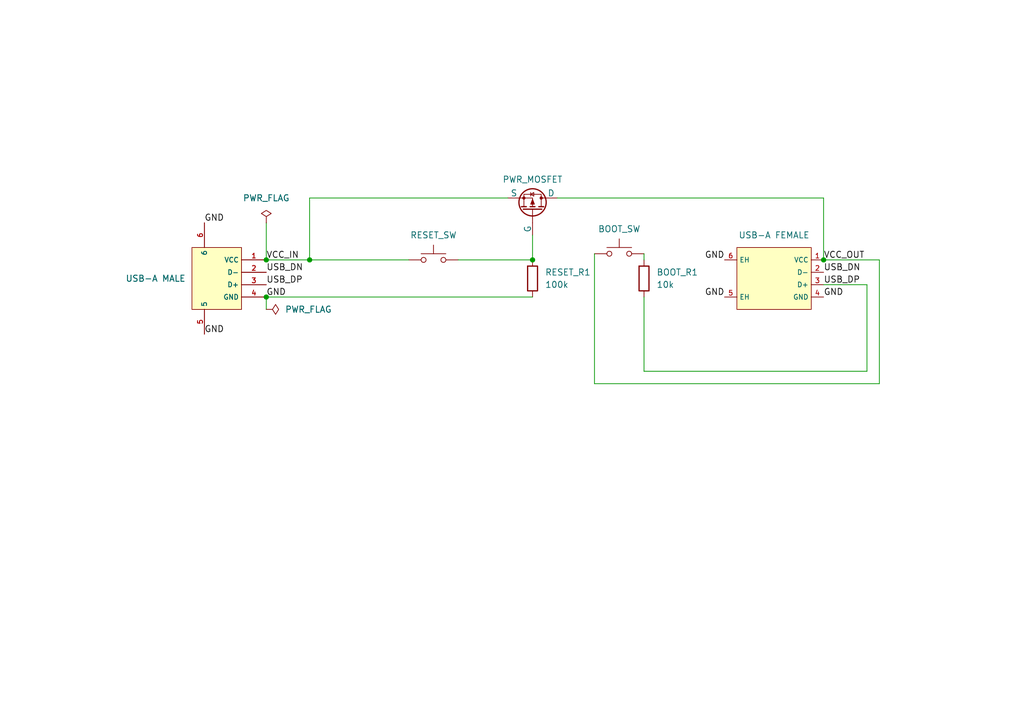
<source format=kicad_sch>
(kicad_sch (version 20250114) (generator "eeschema") (generator_version "9.0")
  (paper "A5")
  (title_block (title "CH55x Bootloader Adapter") (date "2026-01-18") (rev "1") (company "Amy Jeanes") (comment 2 "by pressing BOOT / RESET buttons on the adapter board") (comment 3 "to enter bootloader mode by shorting D+ to VCC with a 10k ohm resistor") (comment 4 "An adapter that can be plugged into CH55x microcontrollers to force them"))
  (lib_symbols
    (symbol "Device:R" (pin_numbers (hide yes)) (pin_names (offset 0))
      (property "Reference" "R" (at 2.032 0 90))
      (property "Value" "R" (at 0 0 90))
      (symbol "R_0_1"
        (rectangle (start -1.016 -2.54) (end 1.016 2.54) (stroke (width 0.254)))
      )
      (symbol "R_1_1"
        (pin passive line (at 0 3.81 270) (length 1.27) (name "~") (number "1"))
        (pin passive line (at 0 -3.81 90) (length 1.27) (name "~") (number "2"))
      )
    )
    (symbol "JLC2KiCad:U-A-24SS-W-2"
      (property "Reference" "USB" (at 0 1.27 0))
      (property "Value" "U-A-24SS-W-2" (at 0 -2.54 0))
      (symbol "U-A-24SS-W-2_0_1"
        (rectangle (start -7.62 5.08) (end 7.62 -7.62) (fill (type background)))
        (pin input line (at 10.16 2.54 180) (length 2.54) (name "VCC") (number "1"))
        (pin input line (at 10.16 0 180) (length 2.54) (name "D-") (number "2"))
        (pin input line (at 10.16 -2.54 180) (length 2.54) (name "D+") (number "3"))
        (pin input line (at 10.16 -5.08 180) (length 2.54) (name "GND") (number "4"))
      )
      (symbol "U-A-24SS-W-2_1_1"
        (pin passive line (at -10.16 2.54 0) (length 2.54) (name "EH") (number "6"))
        (pin passive line (at -10.16 -5.08 0) (length 2.54) (name "EH") (number "5"))
      )
    )
    (symbol "JLC2KiCad:U-G-04DD-W-01"
      (property "Reference" "U" (at 0 1.27 0))
      (property "Value" "U-G-04DD-W-01" (at 0 -2.54 0))
      (symbol "U-G-04DD-W-01_0_1"
        (rectangle (start -8.89 6.35) (end 1.27 -6.35) (fill (type background)))
      )
      (symbol "U-G-04DD-W-01_1_1"
        (pin passive line (at -6.35 11.43 270) (length 5.08) (name "6") (number "6"))
        (pin passive line (at -6.35 -11.43 90) (length 5.08) (name "5") (number "5"))
        (pin power_in line (at 6.35 3.81 180) (length 5.08) (name "VCC") (number "1"))
        (pin bidirectional line (at 6.35 1.27 180) (length 5.08) (name "D-") (number "2"))
        (pin bidirectional line (at 6.35 -1.27 180) (length 5.08) (name "D+") (number "3"))
        (pin passive line (at 6.35 -3.81 180) (length 5.08) (name "GND") (number "4"))
      )
    )
    (symbol "Switch:SW_Push" (pin_numbers (hide yes)) (pin_names (offset 1.016) (hide yes))
      (property "Reference" "SW" (at 1.27 2.54 0))
      (property "Value" "SW_Push" (at 0 -1.524 0))
      (symbol "SW_Push_0_1"
        (circle (center -2.032 0) (radius 0.508))
        (polyline (pts (xy 0 1.27) (xy 0 3.048)))
        (circle (center 2.032 0) (radius 0.508))
        (polyline (pts (xy 2.54 1.27) (xy -2.54 1.27)))
        (pin passive line (at -5.08 0 0) (length 2.54) (name "1") (number "1"))
        (pin passive line (at 5.08 0 180) (length 2.54) (name "2") (number "2"))
      )
    )
    (symbol "Transistor_FET:Q_PMOS_GSD" (pin_numbers (hide yes)) (pin_names (offset 0))
      (property "Reference" "Q" (at 5.08 1.905 0))
      (property "Value" "Q_PMOS_GSD" (at 5.08 0 0))
      (symbol "Q_PMOS_GSD_0_1"
        (polyline (pts (xy 0.254 1.905) (xy 0.254 -1.905)) (stroke (width 0.254)))
        (polyline (pts (xy 0.254 0) (xy -2.54 0)))
        (polyline (pts (xy 0.762 2.286) (xy 0.762 1.27)) (stroke (width 0.254)))
        (polyline (pts (xy 0.762 1.778) (xy 3.302 1.778) (xy 3.302 -1.778) (xy 0.762 -1.778)))
        (polyline (pts (xy 0.762 0.508) (xy 0.762 -0.508)) (stroke (width 0.254)))
        (polyline (pts (xy 0.762 -1.27) (xy 0.762 -2.286)) (stroke (width 0.254)))
        (circle (center 1.651 0) (radius 2.794) (stroke (width 0.254)))
        (polyline (pts (xy 2.286 0) (xy 1.27 0.381) (xy 1.27 -0.381) (xy 2.286 0)) (fill (type outline)))
        (polyline (pts (xy 2.54 2.54) (xy 2.54 1.778)))
        (circle (center 2.54 1.778) (radius 0.254) (fill (type outline)))
        (circle (center 2.54 -1.778) (radius 0.254) (fill (type outline)))
        (polyline (pts (xy 2.54 -2.54) (xy 2.54 0) (xy 0.762 0)))
        (polyline (pts (xy 2.921 -0.381) (xy 3.683 -0.381)))
        (polyline (pts (xy 3.302 -0.381) (xy 2.921 0.254) (xy 3.683 0.254) (xy 3.302 -0.381)))
      )
      (symbol "Q_PMOS_GSD_1_1"
        (pin input line (at -5.08 0 0) (length 2.54) (name "G") (number "1"))
        (pin passive line (at 2.54 5.08 270) (length 2.54) (name "D") (number "3"))
        (pin passive line (at 2.54 -5.08 90) (length 2.54) (name "S") (number "2"))
      )
    )
    (symbol "power:PWR_FLAG" (power) (pin_numbers (hide yes)) (pin_names (offset 0) (hide yes))
      (property "Value" "PWR_FLAG" (at 0 3.81 0))
      (symbol "PWR_FLAG_0_0"
        (pin power_out line (at 0 0 90) (length 0) (name "~") (number "1"))
      )
      (symbol "PWR_FLAG_0_1"
        (polyline (pts (xy 0 0) (xy 0 1.27) (xy -1.016 1.905) (xy 0 2.54) (xy 1.016 1.905) (xy 0 1.27)))
      )
    )
  )
  (junction (at 54.61 53.34))
  (junction (at 54.61 60.96))
  (junction (at 109.22 53.34))
  (junction (at 168.91 53.34))
  (junction (at 63.5 53.34))
  (wire (pts (xy 54.61 60.96) (xy 54.61 63.5)))
  (wire (pts (xy 63.5 40.64) (xy 104.14 40.64)))
  (wire (pts (xy 54.61 60.96) (xy 109.22 60.96)))
  (wire (pts (xy 63.5 53.34) (xy 63.5 40.64)))
  (wire (pts (xy 180.34 53.34) (xy 180.34 78.74)))
  (wire (pts (xy 168.91 40.64) (xy 168.91 53.34)))
  (wire (pts (xy 114.3 40.64) (xy 168.91 40.64)))
  (wire (pts (xy 132.08 60.96) (xy 132.08 76.2)))
  (wire (pts (xy 121.92 78.74) (xy 180.34 78.74)))
  (wire (pts (xy 177.8 58.42) (xy 177.8 76.2)))
  (wire (pts (xy 93.98 53.34) (xy 109.22 53.34)))
  (wire (pts (xy 168.91 58.42) (xy 177.8 58.42)))
  (wire (pts (xy 168.91 53.34) (xy 180.34 53.34)))
  (wire (pts (xy 132.08 52.07) (xy 132.08 53.34)))
  (wire (pts (xy 132.08 76.2) (xy 177.8 76.2)))
  (wire (pts (xy 54.61 53.34) (xy 63.5 53.34)))
  (wire (pts (xy 63.5 53.34) (xy 83.82 53.34)))
  (wire (pts (xy 121.92 52.07) (xy 121.92 78.74)))
  (wire (pts (xy 109.22 53.34) (xy 109.22 48.26)))
  (wire (pts (xy 54.61 45.72) (xy 54.61 53.34)))
  (label "VCC_OUT" (at 168.91 53.34 0))
  (label "USB_DN" (at 168.91 55.88 0))
  (label "GND" (at 41.91 68.58 0))
  (label "USB_DP" (at 54.61 58.42 0))
  (label "GND" (at 41.91 45.72 0))
  (label "GND" (at 148.59 60.96 180))
  (label "GND" (at 54.61 60.96 0))
  (label "VCC_IN" (at 54.61 53.34 0))
  (label "GND" (at 168.91 60.96 0))
  (label "USB_DP" (at 168.91 58.42 0))
  (label "USB_DN" (at 54.61 55.88 0))
  (label "GND" (at 148.59 53.34 180))
  (symbol (lib_id "JLC2KiCad:U-A-24SS-W-2") (at 158.75 55.88 0) (unit 1)
    (property "Reference" "USB-A-F1" (effects (hide yes)))
    (property "Value" "USB-A FEMALE" (at 158.75 48.26 0))
    (property "Footprint" "jlc:USB-A-SMD_U-A-24SS-W-2" (effects (hide yes)))
    (property "Datasheet" "https://item.szlcsc.com/550963.html" (effects (hide yes)))
    (property "LCSC" "C530629" (effects (hide yes)))
  )
  (symbol (lib_id "Transistor_FET:Q_PMOS_GSD") (at 109.22 43.18 270) (mirror x) (unit 1)
    (property "Reference" "RESET_MOSFET1" (effects (hide yes)))
    (property "Value" "PWR_MOSFET" (at 109.22 36.83 90))
    (property "Footprint" "Package_TO_SOT_SMD:SOT-23" (effects (hide yes)))
    (property "Description" "P-MOSFET transistor, gate/source/drain" (effects (hide yes)))
  )
  (symbol (lib_id "power:PWR_FLAG") (at 54.61 45.72 0) (unit 1)
    (property "Reference" "#FLG01" (effects (hide yes)))
    (property "Value" "PWR_FLAG" (at 54.61 40.64 0))
    (property "Description" "Special symbol for telling ERC where power comes from" (effects (hide yes)))
  )
  (symbol (lib_id "Device:R") (at 109.22 57.15 0) (unit 1)
    (property "Reference" "RESET_R1" (at 111.76 55.8799 0) (effects (justify left)))
    (property "Value" "100k" (at 111.76 58.4199 0) (effects (justify left)))
    (property "Footprint" "Resistor_SMD:R_0805_2012Metric" (effects (hide yes)))
    (property "Description" "Resistor" (effects (hide yes)))
  )
  (symbol (lib_id "Switch:SW_Push") (at 127 52.07 0) (unit 1)
    (property "Reference" "BOOT1" (effects (hide yes)))
    (property "Value" "BOOT_SW" (at 127 46.99 0))
    (property "Footprint" "jlc:SW-SMD_4P-L6.2-W6.2-P4.00-LS9.5-TL" (effects (hide yes)))
    (property "Description" "Push button switch, generic, two pins" (effects (hide yes)))
  )
  (symbol (lib_id "Device:R") (at 132.08 57.15 0) (unit 1)
    (property "Reference" "BOOT_R1" (at 134.62 55.8799 0) (effects (justify left)))
    (property "Value" "10k" (at 134.62 58.4199 0) (effects (justify left)))
    (property "Footprint" "Resistor_SMD:R_0805_2012Metric" (effects (hide yes)))
    (property "Description" "Resistor" (effects (hide yes)))
  )
  (symbol (lib_id "Switch:SW_Push") (at 88.9 53.34 0) (unit 1)
    (property "Reference" "RESET1" (effects (hide yes)))
    (property "Value" "RESET_SW" (at 88.9 48.26 0))
    (property "Footprint" "jlc:SW-SMD_4P-L6.2-W6.2-P4.00-LS9.5-TL" (effects (hide yes)))
    (property "Description" "Push button switch, generic, two pins" (effects (hide yes)))
  )
  (symbol (lib_id "JLC2KiCad:U-G-04DD-W-01") (at 48.26 57.15 0) (unit 1)
    (property "Reference" "USB-A-M1" (effects (hide yes)))
    (property "Value" "USB-A MALE" (at 38.1 57.1499 0) (effects (justify right)))
    (property "Footprint" "jlc:USB-A-TH_U-G-04WD-W-01" (effects (hide yes)))
    (property "Datasheet" "https://item.szlcsc.com/203308.html" (effects (hide yes)))
    (property "LCSC" "C98125" (effects (hide yes)))
  )
  (symbol (lib_id "power:PWR_FLAG") (at 54.61 63.5 270) (unit 1)
    (property "Reference" "#FLG03" (effects (hide yes)))
    (property "Value" "PWR_FLAG" (at 58.42 63.4999 90) (effects (justify left)))
    (property "Description" "Special symbol for telling ERC where power comes from" (effects (hide yes)))
  )
)
</source>
